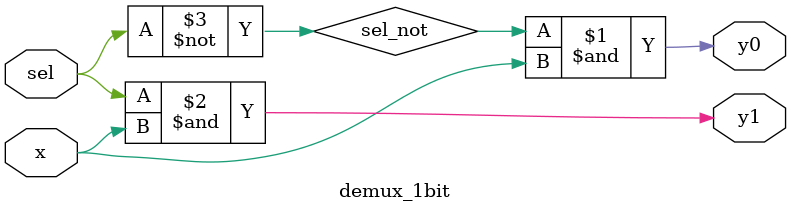
<source format=v>
module demux_1bit(
    input x, sel, 
    output y0, y1
);

    wire sel_not;

    not NOT1 (sel_not, sel);
    and AND1 (y0, sel_not, x);
    and AND2 (y1, sel, x);

endmodule
</source>
